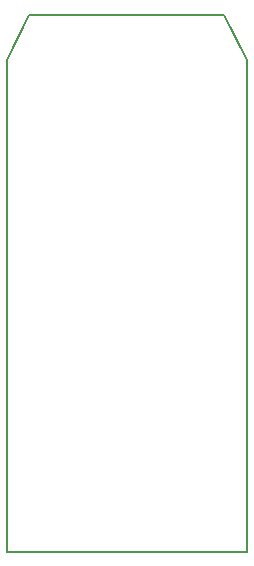
<source format=gbr>
G04 #@! TF.GenerationSoftware,KiCad,Pcbnew,5.0.1*
G04 #@! TF.CreationDate,2019-01-06T19:01:27+01:00*
G04 #@! TF.ProjectId,SX1257_pmod,5358313235375F706D6F642E6B696361,rev?*
G04 #@! TF.SameCoordinates,Original*
G04 #@! TF.FileFunction,Profile,NP*
%FSLAX46Y46*%
G04 Gerber Fmt 4.6, Leading zero omitted, Abs format (unit mm)*
G04 Created by KiCad (PCBNEW 5.0.1) date Sun 06 Jan 2019 07:01:27 PM CET*
%MOMM*%
%LPD*%
G01*
G04 APERTURE LIST*
%ADD10C,0.150000*%
G04 APERTURE END LIST*
D10*
X116205000Y-22860000D02*
X114300000Y-26670000D01*
X132715000Y-22860000D02*
X134620000Y-26670000D01*
X132715000Y-22860000D02*
X116205000Y-22860000D01*
X134620000Y-68326000D02*
X134620000Y-26670000D01*
X114300000Y-68326000D02*
X134620000Y-68326000D01*
X114300000Y-26670000D02*
X114300000Y-68326000D01*
M02*

</source>
